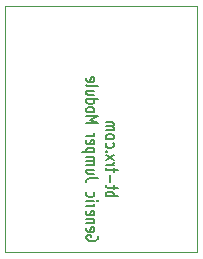
<source format=gbr>
G04 #@! TF.GenerationSoftware,KiCad,Pcbnew,5.1.5+dfsg1-2*
G04 #@! TF.CreationDate,2020-01-22T22:25:37+01:00*
G04 #@! TF.ProjectId,jumper-module,6a756d70-6572-42d6-9d6f-64756c652e6b,v1*
G04 #@! TF.SameCoordinates,Original*
G04 #@! TF.FileFunction,Legend,Bot*
G04 #@! TF.FilePolarity,Positive*
%FSLAX46Y46*%
G04 Gerber Fmt 4.6, Leading zero omitted, Abs format (unit mm)*
G04 Created by KiCad (PCBNEW 5.1.5+dfsg1-2) date 2020-01-22 22:25:37*
%MOMM*%
%LPD*%
G04 APERTURE LIST*
%ADD10C,0.150000*%
%ADD11C,0.100000*%
G04 APERTURE END LIST*
D10*
X141850619Y-101929809D02*
X142850619Y-101929809D01*
X142469666Y-101929809D02*
X142517285Y-101853619D01*
X142517285Y-101701238D01*
X142469666Y-101625047D01*
X142422047Y-101586952D01*
X142326809Y-101548857D01*
X142041095Y-101548857D01*
X141945857Y-101586952D01*
X141898238Y-101625047D01*
X141850619Y-101701238D01*
X141850619Y-101853619D01*
X141898238Y-101929809D01*
X142517285Y-101320285D02*
X142517285Y-101015523D01*
X142850619Y-101206000D02*
X141993476Y-101206000D01*
X141898238Y-101167904D01*
X141850619Y-101091714D01*
X141850619Y-101015523D01*
X142231571Y-100748857D02*
X142231571Y-100139333D01*
X142517285Y-99872666D02*
X142517285Y-99567904D01*
X142850619Y-99758380D02*
X141993476Y-99758380D01*
X141898238Y-99720285D01*
X141850619Y-99644095D01*
X141850619Y-99567904D01*
X141850619Y-99301238D02*
X142517285Y-99301238D01*
X142326809Y-99301238D02*
X142422047Y-99263142D01*
X142469666Y-99225047D01*
X142517285Y-99148857D01*
X142517285Y-99072666D01*
X141850619Y-98882190D02*
X142517285Y-98463142D01*
X142517285Y-98882190D02*
X141850619Y-98463142D01*
X141945857Y-98158380D02*
X141898238Y-98120285D01*
X141850619Y-98158380D01*
X141898238Y-98196476D01*
X141945857Y-98158380D01*
X141850619Y-98158380D01*
X141898238Y-97434571D02*
X141850619Y-97510761D01*
X141850619Y-97663142D01*
X141898238Y-97739333D01*
X141945857Y-97777428D01*
X142041095Y-97815523D01*
X142326809Y-97815523D01*
X142422047Y-97777428D01*
X142469666Y-97739333D01*
X142517285Y-97663142D01*
X142517285Y-97510761D01*
X142469666Y-97434571D01*
X141850619Y-96977428D02*
X141898238Y-97053619D01*
X141945857Y-97091714D01*
X142041095Y-97129809D01*
X142326809Y-97129809D01*
X142422047Y-97091714D01*
X142469666Y-97053619D01*
X142517285Y-96977428D01*
X142517285Y-96863142D01*
X142469666Y-96786952D01*
X142422047Y-96748857D01*
X142326809Y-96710761D01*
X142041095Y-96710761D01*
X141945857Y-96748857D01*
X141898238Y-96786952D01*
X141850619Y-96863142D01*
X141850619Y-96977428D01*
X141850619Y-96367904D02*
X142517285Y-96367904D01*
X142422047Y-96367904D02*
X142469666Y-96329809D01*
X142517285Y-96253619D01*
X142517285Y-96139333D01*
X142469666Y-96063142D01*
X142374428Y-96025047D01*
X141850619Y-96025047D01*
X142374428Y-96025047D02*
X142469666Y-95986952D01*
X142517285Y-95910761D01*
X142517285Y-95796476D01*
X142469666Y-95720285D01*
X142374428Y-95682190D01*
X141850619Y-95682190D01*
X141153000Y-105282190D02*
X141200619Y-105358380D01*
X141200619Y-105472666D01*
X141153000Y-105586952D01*
X141057761Y-105663142D01*
X140962523Y-105701238D01*
X140772047Y-105739333D01*
X140629190Y-105739333D01*
X140438714Y-105701238D01*
X140343476Y-105663142D01*
X140248238Y-105586952D01*
X140200619Y-105472666D01*
X140200619Y-105396476D01*
X140248238Y-105282190D01*
X140295857Y-105244095D01*
X140629190Y-105244095D01*
X140629190Y-105396476D01*
X140248238Y-104596476D02*
X140200619Y-104672666D01*
X140200619Y-104825047D01*
X140248238Y-104901238D01*
X140343476Y-104939333D01*
X140724428Y-104939333D01*
X140819666Y-104901238D01*
X140867285Y-104825047D01*
X140867285Y-104672666D01*
X140819666Y-104596476D01*
X140724428Y-104558380D01*
X140629190Y-104558380D01*
X140533952Y-104939333D01*
X140867285Y-104215523D02*
X140200619Y-104215523D01*
X140772047Y-104215523D02*
X140819666Y-104177428D01*
X140867285Y-104101238D01*
X140867285Y-103986952D01*
X140819666Y-103910761D01*
X140724428Y-103872666D01*
X140200619Y-103872666D01*
X140248238Y-103186952D02*
X140200619Y-103263142D01*
X140200619Y-103415523D01*
X140248238Y-103491714D01*
X140343476Y-103529809D01*
X140724428Y-103529809D01*
X140819666Y-103491714D01*
X140867285Y-103415523D01*
X140867285Y-103263142D01*
X140819666Y-103186952D01*
X140724428Y-103148857D01*
X140629190Y-103148857D01*
X140533952Y-103529809D01*
X140200619Y-102806000D02*
X140867285Y-102806000D01*
X140676809Y-102806000D02*
X140772047Y-102767904D01*
X140819666Y-102729809D01*
X140867285Y-102653619D01*
X140867285Y-102577428D01*
X140200619Y-102310761D02*
X140867285Y-102310761D01*
X141200619Y-102310761D02*
X141153000Y-102348857D01*
X141105380Y-102310761D01*
X141153000Y-102272666D01*
X141200619Y-102310761D01*
X141105380Y-102310761D01*
X140248238Y-101586952D02*
X140200619Y-101663142D01*
X140200619Y-101815523D01*
X140248238Y-101891714D01*
X140295857Y-101929809D01*
X140391095Y-101967904D01*
X140676809Y-101967904D01*
X140772047Y-101929809D01*
X140819666Y-101891714D01*
X140867285Y-101815523D01*
X140867285Y-101663142D01*
X140819666Y-101586952D01*
X141200619Y-100406000D02*
X140486333Y-100406000D01*
X140343476Y-100444095D01*
X140248238Y-100520285D01*
X140200619Y-100634571D01*
X140200619Y-100710761D01*
X140867285Y-99682190D02*
X140200619Y-99682190D01*
X140867285Y-100025047D02*
X140343476Y-100025047D01*
X140248238Y-99986952D01*
X140200619Y-99910761D01*
X140200619Y-99796476D01*
X140248238Y-99720285D01*
X140295857Y-99682190D01*
X140200619Y-99301238D02*
X140867285Y-99301238D01*
X140772047Y-99301238D02*
X140819666Y-99263142D01*
X140867285Y-99186952D01*
X140867285Y-99072666D01*
X140819666Y-98996476D01*
X140724428Y-98958380D01*
X140200619Y-98958380D01*
X140724428Y-98958380D02*
X140819666Y-98920285D01*
X140867285Y-98844095D01*
X140867285Y-98729809D01*
X140819666Y-98653619D01*
X140724428Y-98615523D01*
X140200619Y-98615523D01*
X140867285Y-98234571D02*
X139867285Y-98234571D01*
X140819666Y-98234571D02*
X140867285Y-98158380D01*
X140867285Y-98006000D01*
X140819666Y-97929809D01*
X140772047Y-97891714D01*
X140676809Y-97853619D01*
X140391095Y-97853619D01*
X140295857Y-97891714D01*
X140248238Y-97929809D01*
X140200619Y-98006000D01*
X140200619Y-98158380D01*
X140248238Y-98234571D01*
X140248238Y-97206000D02*
X140200619Y-97282190D01*
X140200619Y-97434571D01*
X140248238Y-97510761D01*
X140343476Y-97548857D01*
X140724428Y-97548857D01*
X140819666Y-97510761D01*
X140867285Y-97434571D01*
X140867285Y-97282190D01*
X140819666Y-97206000D01*
X140724428Y-97167904D01*
X140629190Y-97167904D01*
X140533952Y-97548857D01*
X140200619Y-96825047D02*
X140867285Y-96825047D01*
X140676809Y-96825047D02*
X140772047Y-96786952D01*
X140819666Y-96748857D01*
X140867285Y-96672666D01*
X140867285Y-96596476D01*
X140200619Y-95720285D02*
X141200619Y-95720285D01*
X140486333Y-95453619D01*
X141200619Y-95186952D01*
X140200619Y-95186952D01*
X140200619Y-94691714D02*
X140248238Y-94767904D01*
X140295857Y-94806000D01*
X140391095Y-94844095D01*
X140676809Y-94844095D01*
X140772047Y-94806000D01*
X140819666Y-94767904D01*
X140867285Y-94691714D01*
X140867285Y-94577428D01*
X140819666Y-94501238D01*
X140772047Y-94463142D01*
X140676809Y-94425047D01*
X140391095Y-94425047D01*
X140295857Y-94463142D01*
X140248238Y-94501238D01*
X140200619Y-94577428D01*
X140200619Y-94691714D01*
X140200619Y-93739333D02*
X141200619Y-93739333D01*
X140248238Y-93739333D02*
X140200619Y-93815523D01*
X140200619Y-93967904D01*
X140248238Y-94044095D01*
X140295857Y-94082190D01*
X140391095Y-94120285D01*
X140676809Y-94120285D01*
X140772047Y-94082190D01*
X140819666Y-94044095D01*
X140867285Y-93967904D01*
X140867285Y-93815523D01*
X140819666Y-93739333D01*
X140867285Y-93015523D02*
X140200619Y-93015523D01*
X140867285Y-93358380D02*
X140343476Y-93358380D01*
X140248238Y-93320285D01*
X140200619Y-93244095D01*
X140200619Y-93129809D01*
X140248238Y-93053619D01*
X140295857Y-93015523D01*
X140200619Y-92520285D02*
X140248238Y-92596476D01*
X140343476Y-92634571D01*
X141200619Y-92634571D01*
X140248238Y-91910761D02*
X140200619Y-91986952D01*
X140200619Y-92139333D01*
X140248238Y-92215523D01*
X140343476Y-92253619D01*
X140724428Y-92253619D01*
X140819666Y-92215523D01*
X140867285Y-92139333D01*
X140867285Y-91986952D01*
X140819666Y-91910761D01*
X140724428Y-91872666D01*
X140629190Y-91872666D01*
X140533952Y-92253619D01*
D11*
X149606000Y-85852000D02*
X149606000Y-106680000D01*
X133350000Y-85852000D02*
X149606000Y-85852000D01*
X133350000Y-106680000D02*
X133350000Y-85852000D01*
X149606000Y-106680000D02*
X133350000Y-106680000D01*
M02*

</source>
